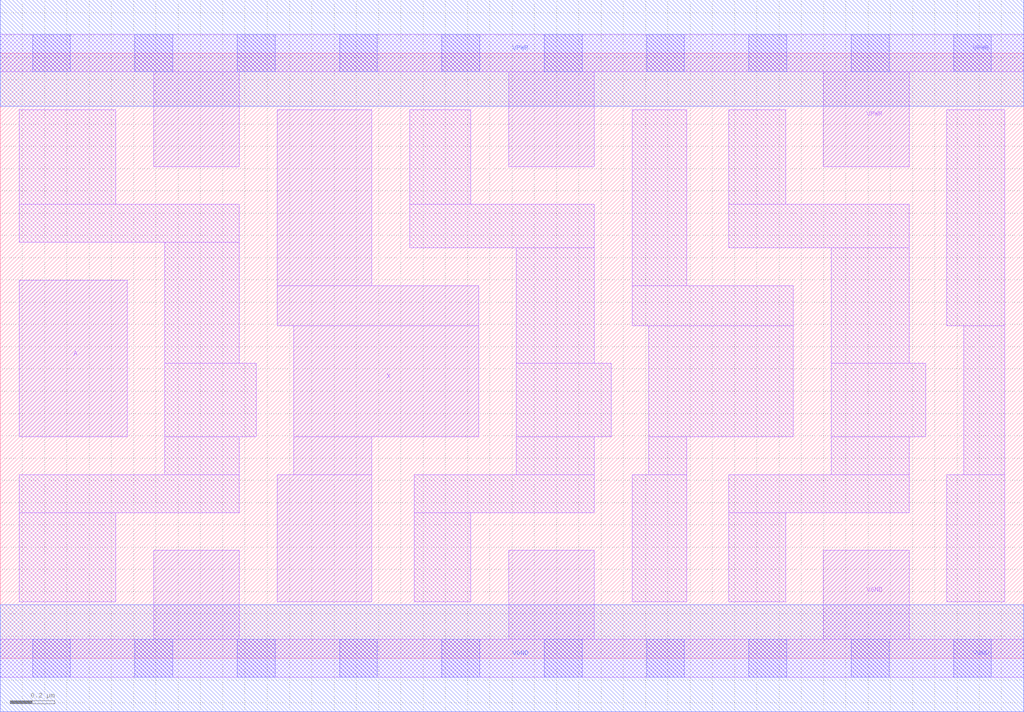
<source format=lef>
# Copyright 2020 The SkyWater PDK Authors
#
# Licensed under the Apache License, Version 2.0 (the "License");
# you may not use this file except in compliance with the License.
# You may obtain a copy of the License at
#
#     https://www.apache.org/licenses/LICENSE-2.0
#
# Unless required by applicable law or agreed to in writing, software
# distributed under the License is distributed on an "AS IS" BASIS,
# WITHOUT WARRANTIES OR CONDITIONS OF ANY KIND, either express or implied.
# See the License for the specific language governing permissions and
# limitations under the License.
#
# SPDX-License-Identifier: Apache-2.0

VERSION 5.7 ;
  NAMESCASESENSITIVE ON ;
  NOWIREEXTENSIONATPIN ON ;
  DIVIDERCHAR "/" ;
  BUSBITCHARS "[]" ;
UNITS
  DATABASE MICRONS 200 ;
END UNITS
MACRO sky130_fd_sc_hd__dlymetal6s2s_1
  CLASS CORE ;
  SOURCE USER ;
  FOREIGN sky130_fd_sc_hd__dlymetal6s2s_1 ;
  ORIGIN  0.000000  0.000000 ;
  SIZE  4.600000 BY  2.720000 ;
  SYMMETRY X Y R90 ;
  SITE unithd ;
  PIN A
    ANTENNAGATEAREA  0.126000 ;
    DIRECTION INPUT ;
    USE SIGNAL ;
    PORT
      LAYER li1 ;
        RECT 0.085000 0.995000 0.570000 1.700000 ;
    END
  END A
  PIN X
    ANTENNADIFFAREA  0.429000 ;
    ANTENNAGATEAREA  0.126000 ;
    DIRECTION OUTPUT ;
    USE SIGNAL ;
    PORT
      LAYER li1 ;
        RECT 1.245000 0.255000 1.670000 0.825000 ;
        RECT 1.245000 1.495000 2.150000 1.675000 ;
        RECT 1.245000 1.675000 1.670000 2.465000 ;
        RECT 1.320000 0.825000 1.670000 0.995000 ;
        RECT 1.320000 0.995000 2.150000 1.495000 ;
    END
  END X
  PIN VGND
    DIRECTION INOUT ;
    SHAPE ABUTMENT ;
    USE GROUND ;
    PORT
      LAYER li1 ;
        RECT 0.000000 -0.085000 4.600000 0.085000 ;
        RECT 0.690000  0.085000 1.075000 0.485000 ;
        RECT 2.285000  0.085000 2.670000 0.485000 ;
        RECT 3.700000  0.085000 4.085000 0.485000 ;
      LAYER mcon ;
        RECT 0.145000 -0.085000 0.315000 0.085000 ;
        RECT 0.605000 -0.085000 0.775000 0.085000 ;
        RECT 1.065000 -0.085000 1.235000 0.085000 ;
        RECT 1.525000 -0.085000 1.695000 0.085000 ;
        RECT 1.985000 -0.085000 2.155000 0.085000 ;
        RECT 2.445000 -0.085000 2.615000 0.085000 ;
        RECT 2.905000 -0.085000 3.075000 0.085000 ;
        RECT 3.365000 -0.085000 3.535000 0.085000 ;
        RECT 3.825000 -0.085000 3.995000 0.085000 ;
        RECT 4.285000 -0.085000 4.455000 0.085000 ;
      LAYER met1 ;
        RECT 0.000000 -0.240000 4.600000 0.240000 ;
    END
  END VGND
  PIN VPWR
    DIRECTION INOUT ;
    SHAPE ABUTMENT ;
    USE POWER ;
    PORT
      LAYER li1 ;
        RECT 0.000000 2.635000 4.600000 2.805000 ;
        RECT 0.690000 2.210000 1.075000 2.635000 ;
        RECT 2.285000 2.210000 2.670000 2.635000 ;
        RECT 3.700000 2.210000 4.085000 2.635000 ;
      LAYER mcon ;
        RECT 0.145000 2.635000 0.315000 2.805000 ;
        RECT 0.605000 2.635000 0.775000 2.805000 ;
        RECT 1.065000 2.635000 1.235000 2.805000 ;
        RECT 1.525000 2.635000 1.695000 2.805000 ;
        RECT 1.985000 2.635000 2.155000 2.805000 ;
        RECT 2.445000 2.635000 2.615000 2.805000 ;
        RECT 2.905000 2.635000 3.075000 2.805000 ;
        RECT 3.365000 2.635000 3.535000 2.805000 ;
        RECT 3.825000 2.635000 3.995000 2.805000 ;
        RECT 4.285000 2.635000 4.455000 2.805000 ;
      LAYER met1 ;
        RECT 0.000000 2.480000 4.600000 2.960000 ;
    END
  END VPWR
  OBS
    LAYER li1 ;
      RECT 0.085000 0.255000 0.520000 0.655000 ;
      RECT 0.085000 0.655000 1.075000 0.825000 ;
      RECT 0.085000 1.870000 1.075000 2.040000 ;
      RECT 0.085000 2.040000 0.520000 2.465000 ;
      RECT 0.740000 0.825000 1.075000 0.995000 ;
      RECT 0.740000 0.995000 1.150000 1.325000 ;
      RECT 0.740000 1.325000 1.075000 1.870000 ;
      RECT 1.840000 1.845000 2.670000 2.040000 ;
      RECT 1.840000 2.040000 2.115000 2.465000 ;
      RECT 1.860000 0.255000 2.115000 0.655000 ;
      RECT 1.860000 0.655000 2.670000 0.825000 ;
      RECT 2.320000 0.825000 2.670000 0.995000 ;
      RECT 2.320000 0.995000 2.745000 1.325000 ;
      RECT 2.320000 1.325000 2.670000 1.845000 ;
      RECT 2.840000 0.255000 3.085000 0.825000 ;
      RECT 2.840000 1.495000 3.565000 1.675000 ;
      RECT 2.840000 1.675000 3.085000 2.465000 ;
      RECT 2.915000 0.825000 3.085000 0.995000 ;
      RECT 2.915000 0.995000 3.565000 1.495000 ;
      RECT 3.275000 0.255000 3.530000 0.655000 ;
      RECT 3.275000 0.655000 4.085000 0.825000 ;
      RECT 3.275000 1.845000 4.085000 2.040000 ;
      RECT 3.275000 2.040000 3.530000 2.465000 ;
      RECT 3.735000 0.825000 4.085000 0.995000 ;
      RECT 3.735000 0.995000 4.160000 1.325000 ;
      RECT 3.735000 1.325000 4.085000 1.845000 ;
      RECT 4.255000 0.255000 4.515000 0.825000 ;
      RECT 4.255000 1.495000 4.515000 2.465000 ;
      RECT 4.330000 0.825000 4.515000 1.495000 ;
  END
END sky130_fd_sc_hd__dlymetal6s2s_1

</source>
